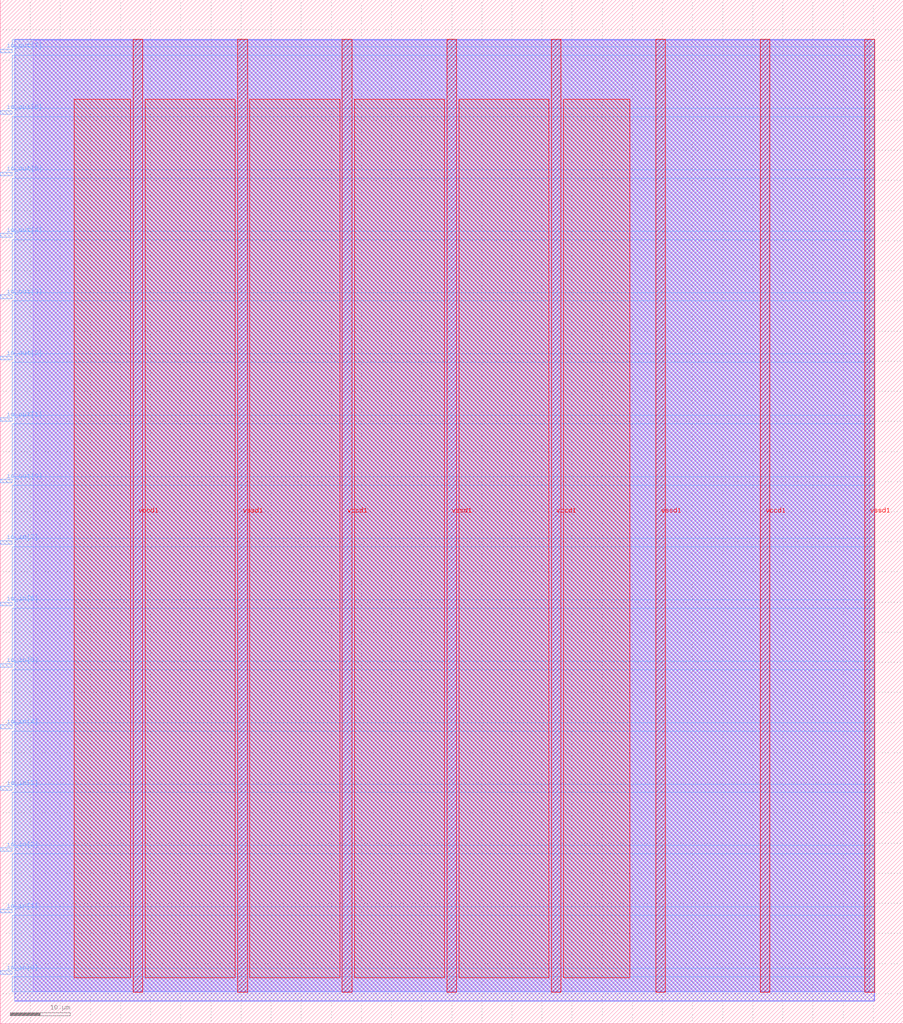
<source format=lef>
VERSION 5.7 ;
  NOWIREEXTENSIONATPIN ON ;
  DIVIDERCHAR "/" ;
  BUSBITCHARS "[]" ;
MACRO davidsiaw_stackcalc
  CLASS BLOCK ;
  FOREIGN davidsiaw_stackcalc ;
  ORIGIN 0.000 0.000 ;
  SIZE 150.000 BY 170.000 ;
  PIN io_in[0]
    DIRECTION INPUT ;
    USE SIGNAL ;
    PORT
      LAYER met3 ;
        RECT 0.000 8.200 2.000 8.800 ;
    END
  END io_in[0]
  PIN io_in[1]
    DIRECTION INPUT ;
    USE SIGNAL ;
    PORT
      LAYER met3 ;
        RECT 0.000 18.400 2.000 19.000 ;
    END
  END io_in[1]
  PIN io_in[2]
    DIRECTION INPUT ;
    USE SIGNAL ;
    PORT
      LAYER met3 ;
        RECT 0.000 28.600 2.000 29.200 ;
    END
  END io_in[2]
  PIN io_in[3]
    DIRECTION INPUT ;
    USE SIGNAL ;
    PORT
      LAYER met3 ;
        RECT 0.000 38.800 2.000 39.400 ;
    END
  END io_in[3]
  PIN io_in[4]
    DIRECTION INPUT ;
    USE SIGNAL ;
    PORT
      LAYER met3 ;
        RECT 0.000 49.000 2.000 49.600 ;
    END
  END io_in[4]
  PIN io_in[5]
    DIRECTION INPUT ;
    USE SIGNAL ;
    PORT
      LAYER met3 ;
        RECT 0.000 59.200 2.000 59.800 ;
    END
  END io_in[5]
  PIN io_in[6]
    DIRECTION INPUT ;
    USE SIGNAL ;
    PORT
      LAYER met3 ;
        RECT 0.000 69.400 2.000 70.000 ;
    END
  END io_in[6]
  PIN io_in[7]
    DIRECTION INPUT ;
    USE SIGNAL ;
    PORT
      LAYER met3 ;
        RECT 0.000 79.600 2.000 80.200 ;
    END
  END io_in[7]
  PIN io_out[0]
    DIRECTION OUTPUT TRISTATE ;
    USE SIGNAL ;
    PORT
      LAYER met3 ;
        RECT 0.000 89.800 2.000 90.400 ;
    END
  END io_out[0]
  PIN io_out[1]
    DIRECTION OUTPUT TRISTATE ;
    USE SIGNAL ;
    PORT
      LAYER met3 ;
        RECT 0.000 100.000 2.000 100.600 ;
    END
  END io_out[1]
  PIN io_out[2]
    DIRECTION OUTPUT TRISTATE ;
    USE SIGNAL ;
    PORT
      LAYER met3 ;
        RECT 0.000 110.200 2.000 110.800 ;
    END
  END io_out[2]
  PIN io_out[3]
    DIRECTION OUTPUT TRISTATE ;
    USE SIGNAL ;
    PORT
      LAYER met3 ;
        RECT 0.000 120.400 2.000 121.000 ;
    END
  END io_out[3]
  PIN io_out[4]
    DIRECTION OUTPUT TRISTATE ;
    USE SIGNAL ;
    PORT
      LAYER met3 ;
        RECT 0.000 130.600 2.000 131.200 ;
    END
  END io_out[4]
  PIN io_out[5]
    DIRECTION OUTPUT TRISTATE ;
    USE SIGNAL ;
    PORT
      LAYER met3 ;
        RECT 0.000 140.800 2.000 141.400 ;
    END
  END io_out[5]
  PIN io_out[6]
    DIRECTION OUTPUT TRISTATE ;
    USE SIGNAL ;
    PORT
      LAYER met3 ;
        RECT 0.000 151.000 2.000 151.600 ;
    END
  END io_out[6]
  PIN io_out[7]
    DIRECTION OUTPUT TRISTATE ;
    USE SIGNAL ;
    PORT
      LAYER met3 ;
        RECT 0.000 161.200 2.000 161.800 ;
    END
  END io_out[7]
  PIN vccd1
    DIRECTION INOUT ;
    USE POWER ;
    PORT
      LAYER met4 ;
        RECT 22.085 5.200 23.685 163.440 ;
    END
    PORT
      LAYER met4 ;
        RECT 56.815 5.200 58.415 163.440 ;
    END
    PORT
      LAYER met4 ;
        RECT 91.545 5.200 93.145 163.440 ;
    END
    PORT
      LAYER met4 ;
        RECT 126.275 5.200 127.875 163.440 ;
    END
  END vccd1
  PIN vssd1
    DIRECTION INOUT ;
    USE GROUND ;
    PORT
      LAYER met4 ;
        RECT 39.450 5.200 41.050 163.440 ;
    END
    PORT
      LAYER met4 ;
        RECT 74.180 5.200 75.780 163.440 ;
    END
    PORT
      LAYER met4 ;
        RECT 108.910 5.200 110.510 163.440 ;
    END
    PORT
      LAYER met4 ;
        RECT 143.640 5.200 145.240 163.440 ;
    END
  END vssd1
  OBS
      LAYER li1 ;
        RECT 5.520 5.355 144.440 163.285 ;
      LAYER met1 ;
        RECT 2.370 3.780 145.240 163.440 ;
      LAYER met2 ;
        RECT 2.390 3.750 145.210 163.385 ;
      LAYER met3 ;
        RECT 2.000 162.200 145.230 163.365 ;
        RECT 2.400 160.800 145.230 162.200 ;
        RECT 2.000 152.000 145.230 160.800 ;
        RECT 2.400 150.600 145.230 152.000 ;
        RECT 2.000 141.800 145.230 150.600 ;
        RECT 2.400 140.400 145.230 141.800 ;
        RECT 2.000 131.600 145.230 140.400 ;
        RECT 2.400 130.200 145.230 131.600 ;
        RECT 2.000 121.400 145.230 130.200 ;
        RECT 2.400 120.000 145.230 121.400 ;
        RECT 2.000 111.200 145.230 120.000 ;
        RECT 2.400 109.800 145.230 111.200 ;
        RECT 2.000 101.000 145.230 109.800 ;
        RECT 2.400 99.600 145.230 101.000 ;
        RECT 2.000 90.800 145.230 99.600 ;
        RECT 2.400 89.400 145.230 90.800 ;
        RECT 2.000 80.600 145.230 89.400 ;
        RECT 2.400 79.200 145.230 80.600 ;
        RECT 2.000 70.400 145.230 79.200 ;
        RECT 2.400 69.000 145.230 70.400 ;
        RECT 2.000 60.200 145.230 69.000 ;
        RECT 2.400 58.800 145.230 60.200 ;
        RECT 2.000 50.000 145.230 58.800 ;
        RECT 2.400 48.600 145.230 50.000 ;
        RECT 2.000 39.800 145.230 48.600 ;
        RECT 2.400 38.400 145.230 39.800 ;
        RECT 2.000 29.600 145.230 38.400 ;
        RECT 2.400 28.200 145.230 29.600 ;
        RECT 2.000 19.400 145.230 28.200 ;
        RECT 2.400 18.000 145.230 19.400 ;
        RECT 2.000 9.200 145.230 18.000 ;
        RECT 2.400 7.800 145.230 9.200 ;
        RECT 2.000 5.275 145.230 7.800 ;
      LAYER met4 ;
        RECT 12.255 7.655 21.685 153.505 ;
        RECT 24.085 7.655 39.050 153.505 ;
        RECT 41.450 7.655 56.415 153.505 ;
        RECT 58.815 7.655 73.780 153.505 ;
        RECT 76.180 7.655 91.145 153.505 ;
        RECT 93.545 7.655 104.585 153.505 ;
  END
END davidsiaw_stackcalc
END LIBRARY


</source>
